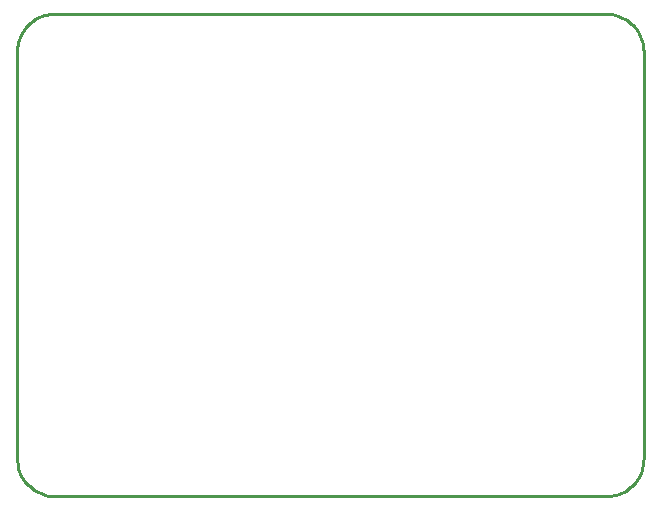
<source format=gko>
%FSTAX23Y23*%
%MOIN*%
%SFA1B1*%

%IPPOS*%
%ADD10C,0.010000*%
%LNobdii-bo-1*%
%LPD*%
G54D10*
X00336Y00873D02*
D01*
X00327Y00872*
X00318Y00871*
X0031Y0087*
X00301Y00868*
X00293Y00865*
X00285Y00862*
X00277Y00858*
X00269Y00854*
X00262Y00849*
X00255Y00843*
X00249Y00837*
X00243Y00831*
X00237Y00824*
X00232Y00817*
X00227Y0081*
X00223Y00802*
X0022Y00794*
X00217Y00786*
X00214Y00778*
X00212Y00769*
X00211Y00761*
X00211Y00752*
X00211Y00748*
Y-00611D02*
D01*
X00211Y-00619*
X00212Y-00628*
X00213Y-00636*
X00215Y-00645*
X00218Y-00653*
X00221Y-00661*
X00225Y-00669*
X00229Y-00677*
X00234Y-00684*
X0024Y-00691*
X00246Y-00697*
X00252Y-00703*
X00259Y-00709*
X00266Y-00714*
X00273Y-00719*
X00281Y-00723*
X00289Y-00726*
X00297Y-00729*
X00305Y-00732*
X00314Y-00734*
X00322Y-00735*
X00331Y-00735*
X00336Y-00736*
X02174D02*
D01*
X02182Y-00735*
X02191Y-00734*
X02199Y-00733*
X02208Y-00731*
X02216Y-00728*
X02224Y-00725*
X02232Y-00721*
X0224Y-00717*
X02247Y-00712*
X02254Y-00706*
X0226Y-007*
X02266Y-00694*
X02272Y-00687*
X02277Y-0068*
X02282Y-00673*
X02286Y-00665*
X02289Y-00657*
X02292Y-00649*
X02295Y-00641*
X02297Y-00632*
X02298Y-00624*
X02298Y-00615*
X02299Y-00611*
Y00748D02*
D01*
X02298Y00756*
X02297Y00765*
X02296Y00773*
X02294Y00782*
X02291Y0079*
X02288Y00798*
X02284Y00806*
X0228Y00814*
X02275Y00821*
X02269Y00828*
X02263Y00834*
X02257Y0084*
X0225Y00846*
X02243Y00851*
X02236Y00856*
X02228Y0086*
X0222Y00863*
X02212Y00866*
X02204Y00869*
X02195Y00871*
X02187Y00872*
X02178Y00872*
X02174Y00873*
X00336D02*
X02179D01*
X02299Y-00611D02*
Y00748D01*
X00336Y-00736D02*
X02174D01*
X00211Y-0061D02*
Y00748D01*
M02*
</source>
